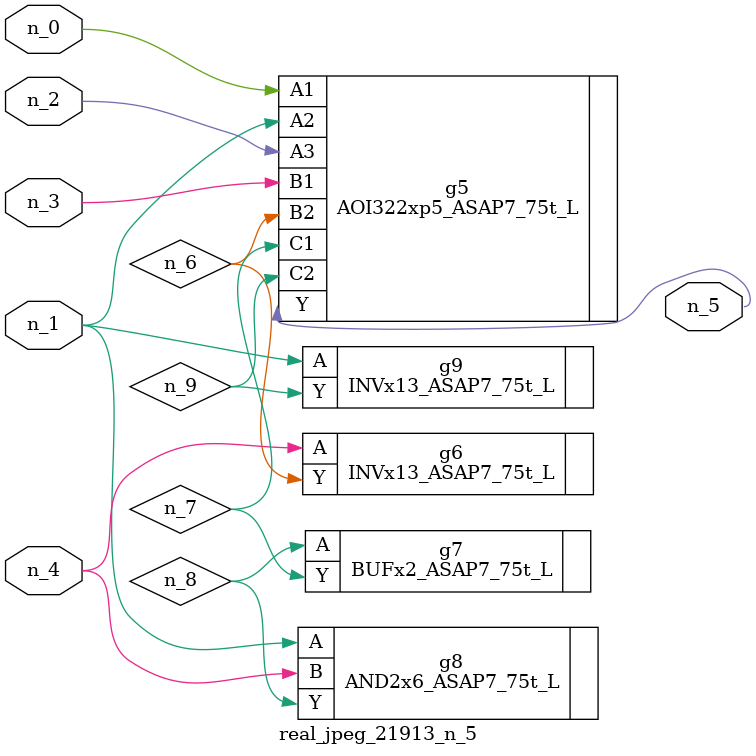
<source format=v>
module real_jpeg_21913_n_5 (n_4, n_0, n_1, n_2, n_3, n_5);

input n_4;
input n_0;
input n_1;
input n_2;
input n_3;

output n_5;

wire n_8;
wire n_6;
wire n_7;
wire n_9;

AOI322xp5_ASAP7_75t_L g5 ( 
.A1(n_0),
.A2(n_1),
.A3(n_2),
.B1(n_3),
.B2(n_6),
.C1(n_7),
.C2(n_9),
.Y(n_5)
);

AND2x6_ASAP7_75t_L g8 ( 
.A(n_1),
.B(n_4),
.Y(n_8)
);

INVx13_ASAP7_75t_L g9 ( 
.A(n_1),
.Y(n_9)
);

INVx13_ASAP7_75t_L g6 ( 
.A(n_4),
.Y(n_6)
);

BUFx2_ASAP7_75t_L g7 ( 
.A(n_8),
.Y(n_7)
);


endmodule
</source>
